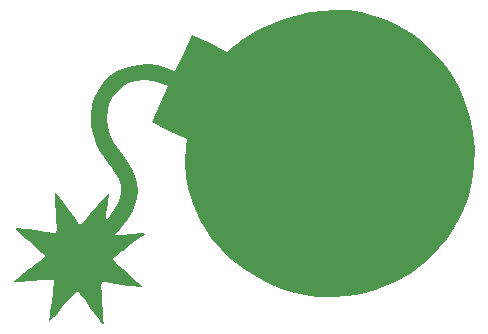
<source format=gbo>
%TF.GenerationSoftware,KiCad,Pcbnew,7.0.2-6a45011f42~172~ubuntu20.04.1*%
%TF.CreationDate,2023-05-12T18:09:33+10:00*%
%TF.ProjectId,pcb_redesign,7063625f-7265-4646-9573-69676e2e6b69,rev?*%
%TF.SameCoordinates,Original*%
%TF.FileFunction,Legend,Bot*%
%TF.FilePolarity,Positive*%
%FSLAX46Y46*%
G04 Gerber Fmt 4.6, Leading zero omitted, Abs format (unit mm)*
G04 Created by KiCad (PCBNEW 7.0.2-6a45011f42~172~ubuntu20.04.1) date 2023-05-12 18:09:33*
%MOMM*%
%LPD*%
G01*
G04 APERTURE LIST*
%ADD10C,0.300000*%
G04 APERTURE END LIST*
D10*
%TO.C,G\u002A\u002A\u002A*%
X133342647Y-72991906D02*
X133338284Y-72832246D01*
X133338284Y-72832246D02*
X133428845Y-72638037D01*
X133428845Y-72638037D02*
X133584143Y-72474015D01*
X133584143Y-72474015D02*
X133773989Y-72404917D01*
X133773989Y-72404917D02*
X133933649Y-72400555D01*
X133933649Y-72400555D02*
X134222781Y-72456567D01*
X134222781Y-72456567D02*
X134416990Y-72547128D01*
X134416990Y-72547128D02*
X134645748Y-72732612D01*
X134645748Y-72732612D02*
X134745033Y-72857722D01*
X134745033Y-72857722D02*
X134814132Y-73047569D01*
X134814132Y-73047569D02*
X134788307Y-73271965D01*
X134788307Y-73271965D02*
X134727933Y-73401437D01*
X134727933Y-73401437D02*
X134572636Y-73565459D01*
X134572636Y-73565459D02*
X134477712Y-73600008D01*
X134477712Y-73600008D02*
X134024558Y-73388699D01*
X134024558Y-73388699D02*
X134145307Y-73129754D01*
X132885479Y-73803290D02*
X133209160Y-73954225D01*
X133230623Y-73570170D02*
X133209160Y-73954225D01*
X133209160Y-73954225D02*
X132928753Y-74217533D01*
X133558666Y-73880765D02*
X133209160Y-73954225D01*
X133209160Y-73954225D02*
X133377544Y-74269182D01*
X132402487Y-74839070D02*
X132726168Y-74990005D01*
X132747631Y-74605950D02*
X132726168Y-74990005D01*
X132726168Y-74990005D02*
X132445760Y-75253313D01*
X133075674Y-74916545D02*
X132726168Y-74990005D01*
X132726168Y-74990005D02*
X132894552Y-75304962D01*
X131919495Y-75874851D02*
X132243176Y-76025786D01*
X132264638Y-75641730D02*
X132243176Y-76025786D01*
X132243176Y-76025786D02*
X131962768Y-76289093D01*
X132592682Y-75952325D02*
X132243176Y-76025786D01*
X132243176Y-76025786D02*
X132411560Y-76340743D01*
G36*
X141489209Y-59517658D02*
G01*
X142573103Y-59673752D01*
X143648001Y-59954696D01*
X144757855Y-60367318D01*
X145569980Y-60734660D01*
X146316430Y-61137320D01*
X147013749Y-61593097D01*
X147723018Y-62138474D01*
X148343654Y-62683156D01*
X149305984Y-63699337D01*
X150136613Y-64808425D01*
X150831789Y-65997476D01*
X151387758Y-67253548D01*
X151800768Y-68563699D01*
X152067064Y-69914986D01*
X152182894Y-71294469D01*
X152144503Y-72689203D01*
X151948139Y-74086248D01*
X151590049Y-75472659D01*
X151413952Y-75947234D01*
X151150940Y-76539910D01*
X150834737Y-77175313D01*
X150490371Y-77805627D01*
X150142866Y-78383040D01*
X149817250Y-78859734D01*
X149673071Y-79049540D01*
X148760754Y-80107839D01*
X147764296Y-81026723D01*
X146670864Y-81815643D01*
X145467628Y-82484055D01*
X144141757Y-83041413D01*
X143802572Y-83160391D01*
X142565565Y-83517618D01*
X141366727Y-83734421D01*
X140169597Y-83815885D01*
X138937713Y-83767094D01*
X138291054Y-83695319D01*
X136980071Y-83450231D01*
X135735846Y-83070961D01*
X134526298Y-82546653D01*
X133319339Y-81866455D01*
X132682243Y-81447364D01*
X131607102Y-80625761D01*
X130669621Y-79740489D01*
X129851683Y-78773541D01*
X129135173Y-77706905D01*
X128879500Y-77249893D01*
X128378370Y-76121466D01*
X128006307Y-74912213D01*
X127768892Y-73648343D01*
X127671705Y-72356065D01*
X127720326Y-71061589D01*
X127786400Y-70372490D01*
X126317804Y-69688253D01*
X124849208Y-69004018D01*
X125542374Y-67463349D01*
X126235540Y-65922681D01*
X125778789Y-65754326D01*
X124988040Y-65518668D01*
X124206448Y-65414121D01*
X123494632Y-65462753D01*
X122853602Y-65664372D01*
X122284363Y-66018782D01*
X121787924Y-66525788D01*
X121668364Y-66682342D01*
X121415639Y-67077525D01*
X121249541Y-67478957D01*
X121134137Y-67965785D01*
X121059104Y-68679986D01*
X121115067Y-69385667D01*
X121315017Y-70069952D01*
X121665446Y-70754699D01*
X122172850Y-71461767D01*
X122230093Y-71532826D01*
X122767171Y-72257271D01*
X123166874Y-72923900D01*
X123438984Y-73554976D01*
X123593287Y-74172767D01*
X123639568Y-74799538D01*
X123635216Y-74963261D01*
X123522364Y-75736874D01*
X123254013Y-76485436D01*
X122825584Y-77219195D01*
X122232497Y-77948401D01*
X121687550Y-78536336D01*
X122032710Y-78523631D01*
X122193033Y-78515574D01*
X122514122Y-78495211D01*
X122913179Y-78466984D01*
X123338656Y-78434417D01*
X123757922Y-78405544D01*
X124098527Y-78395874D01*
X124284048Y-78412869D01*
X124321139Y-78457251D01*
X124216455Y-78529745D01*
X124116214Y-78590723D01*
X123912513Y-78729589D01*
X123667172Y-78906448D01*
X123443505Y-79071344D01*
X123116249Y-79311934D01*
X122739386Y-79588525D01*
X122357642Y-79868268D01*
X122299111Y-79911329D01*
X121979310Y-80154606D01*
X121723246Y-80362748D01*
X121555729Y-80514837D01*
X121501575Y-80589957D01*
X121504860Y-80595584D01*
X121593771Y-80689137D01*
X121787298Y-80872734D01*
X122065723Y-81128242D01*
X122409331Y-81437533D01*
X122798406Y-81782477D01*
X122875283Y-81850324D01*
X123250954Y-82187145D01*
X123572033Y-82483648D01*
X123820134Y-82722236D01*
X123976874Y-82885315D01*
X124023864Y-82955285D01*
X124020704Y-82957327D01*
X123907927Y-82958456D01*
X123657619Y-82935419D01*
X123295958Y-82891370D01*
X122849123Y-82829463D01*
X122343293Y-82752850D01*
X122284618Y-82743639D01*
X121780030Y-82666719D01*
X121334153Y-82602687D01*
X120974092Y-82555141D01*
X120726946Y-82527684D01*
X120619819Y-82523915D01*
X120593287Y-82558185D01*
X120570329Y-82695973D01*
X120564853Y-82950074D01*
X120577088Y-83333494D01*
X120607265Y-83859236D01*
X120655615Y-84540304D01*
X120661442Y-84619308D01*
X120681187Y-84921736D01*
X120691462Y-85141501D01*
X120690129Y-85235545D01*
X120687946Y-85269018D01*
X120699110Y-85430718D01*
X120726308Y-85673265D01*
X120741078Y-85810003D01*
X120749966Y-86008782D01*
X120734314Y-86093823D01*
X120725787Y-86089201D01*
X120637941Y-85991697D01*
X120470396Y-85783096D01*
X120238531Y-85483207D01*
X119957730Y-85111838D01*
X119643371Y-84688797D01*
X119549515Y-84561649D01*
X119242326Y-84148093D01*
X118972940Y-83789313D01*
X118756910Y-83505777D01*
X118609789Y-83317950D01*
X118547129Y-83246299D01*
X118545978Y-83246018D01*
X118470401Y-83303901D01*
X118309725Y-83466042D01*
X118086785Y-83708408D01*
X117824414Y-84006968D01*
X117777349Y-84061582D01*
X117267188Y-84649854D01*
X116858768Y-85112872D01*
X116547082Y-85456037D01*
X116327117Y-85684753D01*
X116193863Y-85804423D01*
X116142309Y-85820446D01*
X116141410Y-85815156D01*
X116149411Y-85691002D01*
X116178890Y-85430040D01*
X116226475Y-85058779D01*
X116288790Y-84603727D01*
X116362459Y-84091390D01*
X116374585Y-84008629D01*
X116446786Y-83503917D01*
X116507253Y-83060970D01*
X116552586Y-82706204D01*
X116579388Y-82466033D01*
X116584262Y-82366876D01*
X116580507Y-82363641D01*
X116466571Y-82352195D01*
X116214050Y-82352545D01*
X115848751Y-82363933D01*
X115396480Y-82385603D01*
X114883045Y-82416798D01*
X114802111Y-82422143D01*
X114290374Y-82453442D01*
X113839139Y-82476899D01*
X113475501Y-82491402D01*
X113226559Y-82495840D01*
X113119407Y-82489104D01*
X113117624Y-82480931D01*
X113194913Y-82395045D01*
X113385529Y-82230372D01*
X113670733Y-82002038D01*
X114031784Y-81725175D01*
X114449944Y-81414912D01*
X114572049Y-81325245D01*
X114981351Y-81018054D01*
X115331651Y-80745018D01*
X115603234Y-80522174D01*
X115776380Y-80365562D01*
X115831371Y-80291222D01*
X115759544Y-80210031D01*
X115579880Y-80037446D01*
X115313093Y-79792513D01*
X114979875Y-79494230D01*
X114600918Y-79161595D01*
X114225553Y-78833026D01*
X113883511Y-78529530D01*
X113604540Y-78277696D01*
X113410374Y-78097150D01*
X113322748Y-78007518D01*
X113316620Y-77992795D01*
X113378311Y-77961783D01*
X113572677Y-77960807D01*
X113906378Y-77990575D01*
X114386072Y-78051792D01*
X115018420Y-78145164D01*
X115810081Y-78271400D01*
X116034813Y-78306644D01*
X116362814Y-78352035D01*
X116605396Y-78377877D01*
X116721871Y-78379353D01*
X116721890Y-78379347D01*
X116760920Y-78287920D01*
X116779433Y-78074229D01*
X116773423Y-77784522D01*
X116771831Y-77759238D01*
X116751342Y-77440547D01*
X116723258Y-77011612D01*
X116691073Y-76525475D01*
X116658277Y-76035180D01*
X116648267Y-75876482D01*
X116629649Y-75477960D01*
X116624407Y-75161202D01*
X116632637Y-74955213D01*
X116654436Y-74889001D01*
X116655220Y-74889393D01*
X116734078Y-74970958D01*
X116889113Y-75161404D01*
X117098255Y-75432764D01*
X117339431Y-75757064D01*
X117369848Y-75798634D01*
X117772407Y-76348408D01*
X118087567Y-76776877D01*
X118327080Y-77098465D01*
X118502696Y-77327595D01*
X118626164Y-77478693D01*
X118709237Y-77566184D01*
X118763664Y-77604492D01*
X118801195Y-77608042D01*
X118833582Y-77591257D01*
X118912091Y-77516541D01*
X119085036Y-77333666D01*
X119331221Y-77065015D01*
X119631030Y-76732004D01*
X119964847Y-76356054D01*
X120305084Y-75970083D01*
X120623335Y-75609336D01*
X120854431Y-75349619D01*
X121012324Y-75177067D01*
X121110967Y-75077816D01*
X121164311Y-75038003D01*
X121186306Y-75043762D01*
X121190907Y-75081231D01*
X121192063Y-75136545D01*
X121182570Y-75273197D01*
X121149370Y-75538490D01*
X121097689Y-75894141D01*
X121032758Y-76301894D01*
X120973859Y-76693892D01*
X120939840Y-77011960D01*
X120937056Y-77205805D01*
X120966944Y-77254608D01*
X120976492Y-77248172D01*
X121178267Y-77059792D01*
X121416347Y-76764419D01*
X121659819Y-76407210D01*
X121877775Y-76033323D01*
X122039305Y-75687918D01*
X122140677Y-75387488D01*
X122230526Y-74867367D01*
X122195791Y-74355871D01*
X122030784Y-73829978D01*
X121729818Y-73266662D01*
X121287209Y-72642902D01*
X121127901Y-72436768D01*
X120781726Y-71970111D01*
X120517292Y-71574643D01*
X120311543Y-71211083D01*
X120141418Y-70840149D01*
X119983861Y-70422560D01*
X119914299Y-70212777D01*
X119704951Y-69296207D01*
X119659987Y-68411880D01*
X119779342Y-67562858D01*
X120062950Y-66752203D01*
X120162093Y-66544105D01*
X120521725Y-65899711D01*
X120912249Y-65388761D01*
X121363073Y-64983328D01*
X121903603Y-64655476D01*
X122563248Y-64377272D01*
X122822403Y-64290291D01*
X123658066Y-64102932D01*
X124490742Y-64066324D01*
X125346157Y-64180954D01*
X126250035Y-64447311D01*
X126828695Y-64658827D01*
X127539078Y-63135405D01*
X128249461Y-61611984D01*
X129742184Y-62308053D01*
X131234908Y-63004120D01*
X131549672Y-62729166D01*
X131640947Y-62651595D01*
X132056629Y-62330500D01*
X132562944Y-61975839D01*
X133111448Y-61619407D01*
X133653696Y-61292993D01*
X134141243Y-61028394D01*
X134568410Y-60823843D01*
X135734554Y-60352111D01*
X136958988Y-59968997D01*
X138188093Y-59689871D01*
X139368242Y-59530102D01*
X140352369Y-59479587D01*
X141489209Y-59517658D01*
G37*
%TD*%
%LPC*%
%LPD*%
M02*

</source>
